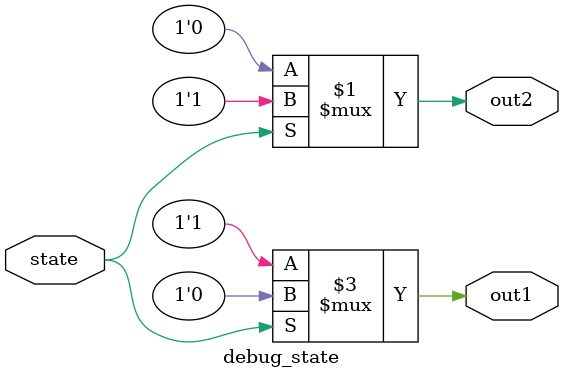
<source format=v>
module debug_state(input state, output out2, out1);
	assign out2 =  state ? 1'b1: 1'b0;
	assign out1 = !state ? 1'b1 : 1'b0;
endmodule 
</source>
